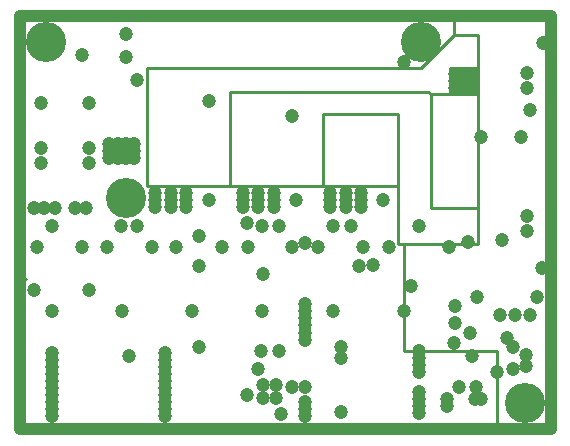
<source format=gbr>
%TF.GenerationSoftware,Altium Limited,Altium Designer,21.4.1 (30)*%
G04 Layer_Physical_Order=4*
G04 Layer_Color=8388736*
%FSLAX26Y26*%
%MOIN*%
%TF.SameCoordinates,1A054405-282A-4FF3-8963-BB1B344CA64D*%
%TF.FilePolarity,Negative*%
%TF.FileFunction,Copper,L4,Inr,Plane*%
%TF.Part,Single*%
G01*
G75*
%TA.AperFunction,NonConductor*%
%ADD29C,0.010000*%
%ADD30C,0.040000*%
%TA.AperFunction,ViaPad*%
%ADD31C,0.133858*%
%ADD32C,0.047244*%
D29*
X1448818Y1314961D02*
Y1377952D01*
X1591326Y0D02*
Y260829D01*
X1282086D02*
X1591326D01*
X1282086D02*
Y618111D01*
X1503746Y736221D02*
X1527559D01*
X1370078Y834645D02*
Y1118111D01*
X19686Y499999D02*
Y500001D01*
X1527559Y736221D02*
Y1118111D01*
X1370078D02*
X1527559D01*
X1527560D02*
Y1204725D01*
X1433070Y1118111D02*
X1527560D01*
X1011812Y811023D02*
X1259842D01*
X1370078Y736221D02*
Y1118111D01*
Y736221D02*
X1527560D01*
Y618111D02*
Y736221D01*
X1259842Y618111D02*
X1527560D01*
X1259842D02*
Y1051181D01*
X1011812D02*
X1259842D01*
X1011812Y811023D02*
Y1051181D01*
X700787Y811023D02*
X1011812D01*
X1448818Y1314961D02*
X1452756D01*
X1338582Y1204725D02*
X1448818Y1314961D01*
X425197Y1204725D02*
X1338582D01*
X425197Y811023D02*
Y1204725D01*
Y811023D02*
X700787D01*
X1452756Y1314961D02*
X1527560D01*
Y1204725D02*
Y1314961D01*
X1433070Y1204725D02*
X1527560D01*
X1433070Y1118111D02*
Y1204725D01*
X1370078Y1118111D02*
X1433070D01*
X1362204Y1125985D02*
X1370078Y1118111D01*
X700787Y1125985D02*
X1362204D01*
X700787Y811023D02*
Y1125985D01*
D30*
X0Y0D02*
X1771653D01*
Y1377953D01*
X0D02*
X1771653D01*
X0Y0D02*
Y1377953D01*
D31*
X1338582Y1291339D02*
D03*
X86614D02*
D03*
X354330Y771653D02*
D03*
X1685040Y86615D02*
D03*
D32*
X598425Y645669D02*
D03*
X337598Y677167D02*
D03*
X952756Y621287D02*
D03*
X812008Y517990D02*
D03*
X863190Y677165D02*
D03*
X1303150Y476378D02*
D03*
X1331692Y677165D02*
D03*
X1432295Y606299D02*
D03*
X909448Y1043307D02*
D03*
X1103348Y677167D02*
D03*
X1282086Y1224409D02*
D03*
X389764Y1165354D02*
D03*
X757874Y687008D02*
D03*
X452756Y765921D02*
D03*
Y740331D02*
D03*
X757874Y114173D02*
D03*
X354330Y1318897D02*
D03*
X1692914Y661417D02*
D03*
X795276Y740331D02*
D03*
X208858Y606299D02*
D03*
X1232284D02*
D03*
X1643085Y273623D02*
D03*
X1623114Y303149D02*
D03*
X1507874Y244094D02*
D03*
X855314Y105315D02*
D03*
X812008D02*
D03*
X855314Y148621D02*
D03*
X812008D02*
D03*
X872048Y51181D02*
D03*
X909646Y139763D02*
D03*
X952756Y90551D02*
D03*
X1688976Y247046D02*
D03*
X1129922Y543307D02*
D03*
X1177165Y549213D02*
D03*
X1500128Y320867D02*
D03*
X1448818Y288385D02*
D03*
X629922Y763953D02*
D03*
X555118Y787575D02*
D03*
Y765921D02*
D03*
Y740331D02*
D03*
X503938Y763953D02*
D03*
Y787575D02*
D03*
X1522406Y139763D02*
D03*
X1465320D02*
D03*
X1591326Y190083D02*
D03*
X1724409Y440944D02*
D03*
X1688976Y212598D02*
D03*
X1643085Y200787D02*
D03*
X108858Y393701D02*
D03*
X341142D02*
D03*
X573426D02*
D03*
X1282086D02*
D03*
X208662Y1248031D02*
D03*
X354330Y1240157D02*
D03*
X232284Y887401D02*
D03*
X1452983Y410711D02*
D03*
X1652362Y379921D02*
D03*
X1602362D02*
D03*
X1523851Y440944D02*
D03*
X1739707Y536283D02*
D03*
X1493864Y624471D02*
D03*
X1702362Y379921D02*
D03*
X795276Y202755D02*
D03*
X806102Y259843D02*
D03*
X863190D02*
D03*
X1692914Y711221D02*
D03*
X1452983Y353625D02*
D03*
X1700788Y1063977D02*
D03*
X1692914Y1187599D02*
D03*
X1607511Y630906D02*
D03*
X1746203Y1287599D02*
D03*
X1692914Y1137599D02*
D03*
X1539370Y974409D02*
D03*
X1671260D02*
D03*
X1145670Y606299D02*
D03*
X996064D02*
D03*
X1070866Y273623D02*
D03*
Y237207D02*
D03*
Y58073D02*
D03*
X598284Y543307D02*
D03*
Y273623D02*
D03*
X809646Y393701D02*
D03*
X366142Y244095D02*
D03*
X232284Y1087401D02*
D03*
Y464986D02*
D03*
X220472Y736221D02*
D03*
X185039D02*
D03*
X232284Y937401D02*
D03*
X118110Y736221D02*
D03*
X82677D02*
D03*
X47244D02*
D03*
X70866Y887401D02*
D03*
Y937401D02*
D03*
X47244Y464567D02*
D03*
X109254Y677167D02*
D03*
X522884Y606299D02*
D03*
X58858D02*
D03*
X70866Y1087401D02*
D03*
X1212796Y763953D02*
D03*
X921456D02*
D03*
X909448Y606299D02*
D03*
X1452756Y1185039D02*
D03*
X1480316Y1161417D02*
D03*
X1507874Y1185039D02*
D03*
Y1161417D02*
D03*
X1480316Y1185039D02*
D03*
X1452756Y1161417D02*
D03*
X1507874Y1137795D02*
D03*
X1480316D02*
D03*
X1452756D02*
D03*
X1045866Y677167D02*
D03*
X809646D02*
D03*
X391142D02*
D03*
X629922Y1094489D02*
D03*
X759842Y606299D02*
D03*
X291142D02*
D03*
X441142D02*
D03*
X299212Y929133D02*
D03*
X381890Y952755D02*
D03*
X354330Y929133D02*
D03*
X299212Y952755D02*
D03*
Y905511D02*
D03*
X326772Y952755D02*
D03*
Y905511D02*
D03*
X354330Y952755D02*
D03*
Y905511D02*
D03*
X381890D02*
D03*
Y929133D02*
D03*
X326772D02*
D03*
X484252Y43307D02*
D03*
X1539370Y102363D02*
D03*
X1425196Y78741D02*
D03*
X673228Y606299D02*
D03*
X744094Y787401D02*
D03*
X503938Y740331D02*
D03*
X1425196Y102363D02*
D03*
X1519682D02*
D03*
X1332086Y189963D02*
D03*
Y237207D02*
D03*
Y55119D02*
D03*
Y213585D02*
D03*
Y102363D02*
D03*
Y260829D02*
D03*
Y78741D02*
D03*
Y125985D02*
D03*
X952756Y322835D02*
D03*
Y346457D02*
D03*
Y417323D02*
D03*
Y393701D02*
D03*
Y370079D02*
D03*
Y299213D02*
D03*
X952754Y139763D02*
D03*
X952756Y43307D02*
D03*
Y66929D02*
D03*
X484252Y90551D02*
D03*
Y66929D02*
D03*
Y114173D02*
D03*
Y137795D02*
D03*
Y208661D02*
D03*
Y232283D02*
D03*
Y255905D02*
D03*
Y185039D02*
D03*
Y161417D02*
D03*
X109254D02*
D03*
Y185039D02*
D03*
Y255905D02*
D03*
Y232283D02*
D03*
Y208661D02*
D03*
Y137795D02*
D03*
Y43307D02*
D03*
Y114173D02*
D03*
Y66929D02*
D03*
Y90551D02*
D03*
X1035434Y787575D02*
D03*
Y765921D02*
D03*
Y740331D02*
D03*
X744094Y740157D02*
D03*
Y765747D02*
D03*
X452756Y787575D02*
D03*
X1137796Y765921D02*
D03*
X1086614Y787749D02*
D03*
Y740505D02*
D03*
X1137796Y787575D02*
D03*
Y740331D02*
D03*
X1086614Y764127D02*
D03*
X846456Y765747D02*
D03*
X795276Y787575D02*
D03*
X846456Y787401D02*
D03*
Y740157D02*
D03*
X795276Y763953D02*
D03*
X1045866Y393701D02*
D03*
%TF.MD5,7b856d2979ffdb0ed78cb9910808214b*%
M02*

</source>
